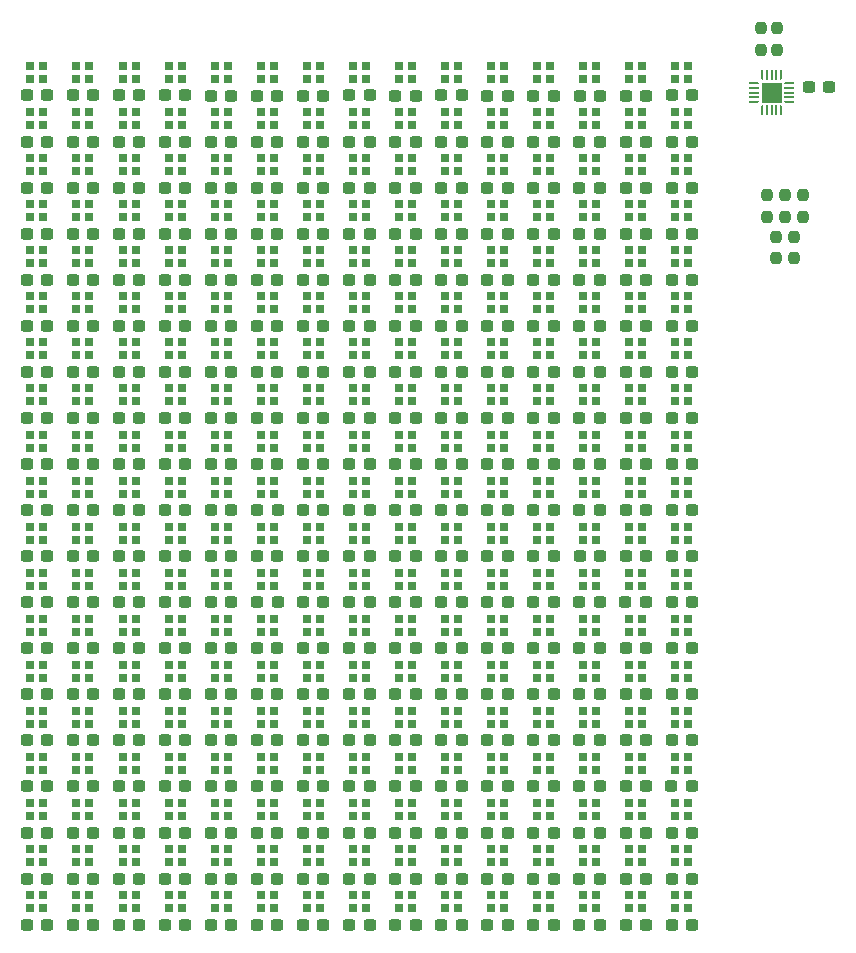
<source format=gbr>
%TF.GenerationSoftware,KiCad,Pcbnew,7.0.9*%
%TF.CreationDate,2023-12-18T15:10:48+01:00*%
%TF.ProjectId,flexAddressLedsV2,666c6578-4164-4647-9265-73734c656473,rev?*%
%TF.SameCoordinates,Original*%
%TF.FileFunction,Soldermask,Top*%
%TF.FilePolarity,Negative*%
%FSLAX46Y46*%
G04 Gerber Fmt 4.6, Leading zero omitted, Abs format (unit mm)*
G04 Created by KiCad (PCBNEW 7.0.9) date 2023-12-18 15:10:48*
%MOMM*%
%LPD*%
G01*
G04 APERTURE LIST*
G04 Aperture macros list*
%AMRoundRect*
0 Rectangle with rounded corners*
0 $1 Rounding radius*
0 $2 $3 $4 $5 $6 $7 $8 $9 X,Y pos of 4 corners*
0 Add a 4 corners polygon primitive as box body*
4,1,4,$2,$3,$4,$5,$6,$7,$8,$9,$2,$3,0*
0 Add four circle primitives for the rounded corners*
1,1,$1+$1,$2,$3*
1,1,$1+$1,$4,$5*
1,1,$1+$1,$6,$7*
1,1,$1+$1,$8,$9*
0 Add four rect primitives between the rounded corners*
20,1,$1+$1,$2,$3,$4,$5,0*
20,1,$1+$1,$4,$5,$6,$7,0*
20,1,$1+$1,$6,$7,$8,$9,0*
20,1,$1+$1,$8,$9,$2,$3,0*%
%AMFreePoly0*
4,1,14,0.085355,0.385355,0.100000,0.350000,0.100000,-0.350000,0.085355,-0.385355,0.050000,-0.400000,0.000711,-0.400000,-0.034644,-0.385355,-0.085355,-0.334644,-0.100000,-0.299289,-0.100000,0.350000,-0.085355,0.385355,-0.050000,0.400000,0.050000,0.400000,0.085355,0.385355,0.085355,0.385355,$1*%
%AMFreePoly1*
4,1,14,0.085355,0.385355,0.100000,0.350000,0.100000,-0.299289,0.085355,-0.334644,0.034644,-0.385355,-0.000711,-0.400000,-0.050000,-0.400000,-0.085355,-0.385355,-0.100000,-0.350000,-0.100000,0.350000,-0.085355,0.385355,-0.050000,0.400000,0.050000,0.400000,0.085355,0.385355,0.085355,0.385355,$1*%
%AMFreePoly2*
4,1,14,0.385355,0.085355,0.400000,0.050000,0.400000,-0.050000,0.385355,-0.085355,0.350000,-0.100000,-0.350000,-0.100000,-0.385355,-0.085355,-0.400000,-0.050000,-0.400000,-0.000711,-0.385355,0.034644,-0.334644,0.085355,-0.299289,0.100000,0.350000,0.100000,0.385355,0.085355,0.385355,0.085355,$1*%
%AMFreePoly3*
4,1,14,0.385355,0.085355,0.400000,0.050000,0.400000,-0.050000,0.385355,-0.085355,0.350000,-0.100000,-0.299289,-0.100000,-0.334644,-0.085355,-0.385355,-0.034644,-0.400000,0.000711,-0.400000,0.050000,-0.385355,0.085355,-0.350000,0.100000,0.350000,0.100000,0.385355,0.085355,0.385355,0.085355,$1*%
%AMFreePoly4*
4,1,14,0.034644,0.385355,0.085355,0.334644,0.100000,0.299289,0.100000,-0.350000,0.085355,-0.385355,0.050000,-0.400000,-0.050000,-0.400000,-0.085355,-0.385355,-0.100000,-0.350000,-0.100000,0.350000,-0.085355,0.385355,-0.050000,0.400000,-0.000711,0.400000,0.034644,0.385355,0.034644,0.385355,$1*%
%AMFreePoly5*
4,1,14,0.085355,0.385355,0.100000,0.350000,0.100000,-0.350000,0.085355,-0.385355,0.050000,-0.400000,-0.050000,-0.400000,-0.085355,-0.385355,-0.100000,-0.350000,-0.100000,0.299289,-0.085355,0.334644,-0.034644,0.385355,0.000711,0.400000,0.050000,0.400000,0.085355,0.385355,0.085355,0.385355,$1*%
%AMFreePoly6*
4,1,14,0.385355,0.085355,0.400000,0.050000,0.400000,0.000711,0.385355,-0.034644,0.334644,-0.085355,0.299289,-0.100000,-0.350000,-0.100000,-0.385355,-0.085355,-0.400000,-0.050000,-0.400000,0.050000,-0.385355,0.085355,-0.350000,0.100000,0.350000,0.100000,0.385355,0.085355,0.385355,0.085355,$1*%
%AMFreePoly7*
4,1,14,0.334644,0.085355,0.385355,0.034644,0.400000,-0.000711,0.400000,-0.050000,0.385355,-0.085355,0.350000,-0.100000,-0.350000,-0.100000,-0.385355,-0.085355,-0.400000,-0.050000,-0.400000,0.050000,-0.385355,0.085355,-0.350000,0.100000,0.299289,0.100000,0.334644,0.085355,0.334644,0.085355,$1*%
G04 Aperture macros list end*
%ADD10R,0.700000X0.700000*%
%ADD11RoundRect,0.237500X-0.300000X-0.237500X0.300000X-0.237500X0.300000X0.237500X-0.300000X0.237500X0*%
%ADD12RoundRect,0.237500X-0.237500X0.250000X-0.237500X-0.250000X0.237500X-0.250000X0.237500X0.250000X0*%
%ADD13RoundRect,0.237500X0.300000X0.237500X-0.300000X0.237500X-0.300000X-0.237500X0.300000X-0.237500X0*%
%ADD14RoundRect,0.237500X0.237500X-0.250000X0.237500X0.250000X-0.237500X0.250000X-0.237500X-0.250000X0*%
%ADD15R,1.700000X1.700000*%
%ADD16FreePoly0,90.000000*%
%ADD17RoundRect,0.050000X0.350000X-0.050000X0.350000X0.050000X-0.350000X0.050000X-0.350000X-0.050000X0*%
%ADD18FreePoly1,90.000000*%
%ADD19FreePoly2,90.000000*%
%ADD20RoundRect,0.050000X0.050000X-0.350000X0.050000X0.350000X-0.050000X0.350000X-0.050000X-0.350000X0*%
%ADD21FreePoly3,90.000000*%
%ADD22FreePoly4,90.000000*%
%ADD23FreePoly5,90.000000*%
%ADD24FreePoly6,90.000000*%
%ADD25FreePoly7,90.000000*%
G04 APERTURE END LIST*
D10*
%TO.C,U285*%
X100300000Y-106400000D03*
X100300000Y-107500000D03*
X99200000Y-107500000D03*
X99200000Y-106400000D03*
%TD*%
%TO.C,U284*%
X96399999Y-106400000D03*
X96399999Y-107500000D03*
X95299999Y-107500000D03*
X95299999Y-106400000D03*
%TD*%
%TO.C,U283*%
X92500000Y-106400000D03*
X92500000Y-107500000D03*
X91400000Y-107500000D03*
X91400000Y-106400000D03*
%TD*%
%TO.C,U282*%
X88600000Y-106400000D03*
X88600000Y-107500000D03*
X87500000Y-107500000D03*
X87500000Y-106400000D03*
%TD*%
%TO.C,U281*%
X84700000Y-106400000D03*
X84700000Y-107500000D03*
X83600000Y-107500000D03*
X83600000Y-106400000D03*
%TD*%
%TO.C,U280*%
X80800000Y-106400000D03*
X80800000Y-107500000D03*
X79700000Y-107500000D03*
X79700000Y-106400000D03*
%TD*%
%TO.C,U279*%
X76900000Y-106400000D03*
X76900000Y-107500000D03*
X75800000Y-107500000D03*
X75800000Y-106400000D03*
%TD*%
%TO.C,U278*%
X73000000Y-106400000D03*
X73000000Y-107500000D03*
X71900000Y-107500000D03*
X71900000Y-106400000D03*
%TD*%
%TO.C,U277*%
X69100000Y-106400000D03*
X69100000Y-107500000D03*
X68000000Y-107500000D03*
X68000000Y-106400000D03*
%TD*%
%TO.C,U276*%
X65200000Y-106400000D03*
X65200000Y-107500000D03*
X64100000Y-107500000D03*
X64100000Y-106400000D03*
%TD*%
%TO.C,U275*%
X61300000Y-106400000D03*
X61300000Y-107500000D03*
X60200000Y-107500000D03*
X60200000Y-106400000D03*
%TD*%
%TO.C,U274*%
X57400000Y-106400000D03*
X57400000Y-107500000D03*
X56300000Y-107500000D03*
X56300000Y-106400000D03*
%TD*%
%TO.C,U273*%
X53500000Y-106400000D03*
X53500000Y-107500000D03*
X52400000Y-107500000D03*
X52400000Y-106400000D03*
%TD*%
%TO.C,U272*%
X49600000Y-106400000D03*
X49600000Y-107500000D03*
X48500000Y-107500000D03*
X48500000Y-106400000D03*
%TD*%
%TO.C,U271*%
X45700000Y-106400000D03*
X45700000Y-107500000D03*
X44600000Y-107500000D03*
X44600000Y-106400000D03*
%TD*%
%TO.C,U270*%
X100300000Y-102500000D03*
X100300000Y-103600000D03*
X99200000Y-103600000D03*
X99200000Y-102500000D03*
%TD*%
%TO.C,U269*%
X96399999Y-102500000D03*
X96399999Y-103600000D03*
X95299999Y-103600000D03*
X95299999Y-102500000D03*
%TD*%
%TO.C,U268*%
X92500000Y-102500000D03*
X92500000Y-103600000D03*
X91400000Y-103600000D03*
X91400000Y-102500000D03*
%TD*%
%TO.C,U267*%
X88600000Y-102500000D03*
X88600000Y-103600000D03*
X87500000Y-103600000D03*
X87500000Y-102500000D03*
%TD*%
%TO.C,U266*%
X84700000Y-102500000D03*
X84700000Y-103600000D03*
X83600000Y-103600000D03*
X83600000Y-102500000D03*
%TD*%
%TO.C,U265*%
X80800000Y-102500000D03*
X80800000Y-103600000D03*
X79700000Y-103600000D03*
X79700000Y-102500000D03*
%TD*%
%TO.C,U264*%
X76900000Y-102500000D03*
X76900000Y-103600000D03*
X75800000Y-103600000D03*
X75800000Y-102500000D03*
%TD*%
%TO.C,U263*%
X73000000Y-102500000D03*
X73000000Y-103600000D03*
X71900000Y-103600000D03*
X71900000Y-102500000D03*
%TD*%
%TO.C,U262*%
X69100000Y-102500000D03*
X69100000Y-103600000D03*
X68000000Y-103600000D03*
X68000000Y-102500000D03*
%TD*%
%TO.C,U261*%
X65200000Y-102500000D03*
X65200000Y-103600000D03*
X64100000Y-103600000D03*
X64100000Y-102500000D03*
%TD*%
%TO.C,U260*%
X61300000Y-102500000D03*
X61300000Y-103600000D03*
X60200000Y-103600000D03*
X60200000Y-102500000D03*
%TD*%
%TO.C,U259*%
X57400000Y-102500000D03*
X57400000Y-103600000D03*
X56300000Y-103600000D03*
X56300000Y-102500000D03*
%TD*%
%TO.C,U258*%
X53500000Y-102500000D03*
X53500000Y-103600000D03*
X52400000Y-103600000D03*
X52400000Y-102500000D03*
%TD*%
%TO.C,U257*%
X49600000Y-102500000D03*
X49600000Y-103600000D03*
X48500000Y-103600000D03*
X48500000Y-102500000D03*
%TD*%
%TO.C,U256*%
X45700000Y-102500000D03*
X45700000Y-103600000D03*
X44600000Y-103600000D03*
X44600000Y-102500000D03*
%TD*%
%TO.C,U255*%
X100300000Y-98600000D03*
X100300000Y-99700000D03*
X99200000Y-99700000D03*
X99200000Y-98600000D03*
%TD*%
%TO.C,U254*%
X96399999Y-98600000D03*
X96399999Y-99700000D03*
X95299999Y-99700000D03*
X95299999Y-98600000D03*
%TD*%
%TO.C,U253*%
X92500000Y-98600000D03*
X92500000Y-99700000D03*
X91400000Y-99700000D03*
X91400000Y-98600000D03*
%TD*%
%TO.C,U252*%
X88600000Y-98600000D03*
X88600000Y-99700000D03*
X87500000Y-99700000D03*
X87500000Y-98600000D03*
%TD*%
%TO.C,U251*%
X84700000Y-98600000D03*
X84700000Y-99700000D03*
X83600000Y-99700000D03*
X83600000Y-98600000D03*
%TD*%
%TO.C,U250*%
X80800000Y-98600000D03*
X80800000Y-99700000D03*
X79700000Y-99700000D03*
X79700000Y-98600000D03*
%TD*%
%TO.C,U249*%
X76900000Y-98600000D03*
X76900000Y-99700000D03*
X75800000Y-99700000D03*
X75800000Y-98600000D03*
%TD*%
%TO.C,U248*%
X73000000Y-98600000D03*
X73000000Y-99700000D03*
X71900000Y-99700000D03*
X71900000Y-98600000D03*
%TD*%
%TO.C,U247*%
X69100000Y-98600000D03*
X69100000Y-99700000D03*
X68000000Y-99700000D03*
X68000000Y-98600000D03*
%TD*%
%TO.C,U246*%
X65200000Y-98600000D03*
X65200000Y-99700000D03*
X64100000Y-99700000D03*
X64100000Y-98600000D03*
%TD*%
%TO.C,U245*%
X61300000Y-98600000D03*
X61300000Y-99700000D03*
X60200000Y-99700000D03*
X60200000Y-98600000D03*
%TD*%
%TO.C,U244*%
X57400000Y-98600000D03*
X57400000Y-99700000D03*
X56300000Y-99700000D03*
X56300000Y-98600000D03*
%TD*%
%TO.C,U243*%
X53500000Y-98600000D03*
X53500000Y-99700000D03*
X52400000Y-99700000D03*
X52400000Y-98600000D03*
%TD*%
%TO.C,U242*%
X49600000Y-98600000D03*
X49600000Y-99700000D03*
X48500000Y-99700000D03*
X48500000Y-98600000D03*
%TD*%
%TO.C,U241*%
X45700000Y-98600000D03*
X45700000Y-99700000D03*
X44600000Y-99700000D03*
X44600000Y-98600000D03*
%TD*%
%TO.C,U240*%
X100300000Y-94700000D03*
X100300000Y-95800000D03*
X99200000Y-95800000D03*
X99200000Y-94700000D03*
%TD*%
%TO.C,U239*%
X96399999Y-94700000D03*
X96399999Y-95800000D03*
X95299999Y-95800000D03*
X95299999Y-94700000D03*
%TD*%
%TO.C,U238*%
X92500000Y-94700000D03*
X92500000Y-95800000D03*
X91400000Y-95800000D03*
X91400000Y-94700000D03*
%TD*%
%TO.C,U237*%
X88600000Y-94700000D03*
X88600000Y-95800000D03*
X87500000Y-95800000D03*
X87500000Y-94700000D03*
%TD*%
%TO.C,U236*%
X84700000Y-94700000D03*
X84700000Y-95800000D03*
X83600000Y-95800000D03*
X83600000Y-94700000D03*
%TD*%
%TO.C,U235*%
X80800000Y-94700000D03*
X80800000Y-95800000D03*
X79700000Y-95800000D03*
X79700000Y-94700000D03*
%TD*%
%TO.C,U234*%
X76900000Y-94700000D03*
X76900000Y-95800000D03*
X75800000Y-95800000D03*
X75800000Y-94700000D03*
%TD*%
%TO.C,U233*%
X73000000Y-94700000D03*
X73000000Y-95800000D03*
X71900000Y-95800000D03*
X71900000Y-94700000D03*
%TD*%
%TO.C,U232*%
X69100000Y-94700000D03*
X69100000Y-95800000D03*
X68000000Y-95800000D03*
X68000000Y-94700000D03*
%TD*%
%TO.C,U231*%
X65200000Y-94700000D03*
X65200000Y-95800000D03*
X64100000Y-95800000D03*
X64100000Y-94700000D03*
%TD*%
%TO.C,U230*%
X61300000Y-94700000D03*
X61300000Y-95800000D03*
X60200000Y-95800000D03*
X60200000Y-94700000D03*
%TD*%
%TO.C,U229*%
X57400000Y-94700000D03*
X57400000Y-95800000D03*
X56300000Y-95800000D03*
X56300000Y-94700000D03*
%TD*%
%TO.C,U228*%
X53500000Y-94700000D03*
X53500000Y-95800000D03*
X52400000Y-95800000D03*
X52400000Y-94700000D03*
%TD*%
%TO.C,U227*%
X49600000Y-94700000D03*
X49600000Y-95800000D03*
X48500000Y-95800000D03*
X48500000Y-94700000D03*
%TD*%
%TO.C,U226*%
X45700000Y-94700000D03*
X45700000Y-95800000D03*
X44600000Y-95800000D03*
X44600000Y-94700000D03*
%TD*%
%TO.C,U225*%
X100300000Y-90800000D03*
X100300000Y-91900000D03*
X99200000Y-91900000D03*
X99200000Y-90800000D03*
%TD*%
%TO.C,U224*%
X96399999Y-90800000D03*
X96399999Y-91900000D03*
X95299999Y-91900000D03*
X95299999Y-90800000D03*
%TD*%
%TO.C,U223*%
X92500000Y-90800000D03*
X92500000Y-91900000D03*
X91400000Y-91900000D03*
X91400000Y-90800000D03*
%TD*%
%TO.C,U222*%
X88600000Y-90800000D03*
X88600000Y-91900000D03*
X87500000Y-91900000D03*
X87500000Y-90800000D03*
%TD*%
%TO.C,U221*%
X84700000Y-90800000D03*
X84700000Y-91900000D03*
X83600000Y-91900000D03*
X83600000Y-90800000D03*
%TD*%
%TO.C,U220*%
X80800000Y-90800000D03*
X80800000Y-91900000D03*
X79700000Y-91900000D03*
X79700000Y-90800000D03*
%TD*%
%TO.C,U219*%
X76900000Y-90800000D03*
X76900000Y-91900000D03*
X75800000Y-91900000D03*
X75800000Y-90800000D03*
%TD*%
%TO.C,U218*%
X73000000Y-90800000D03*
X73000000Y-91900000D03*
X71900000Y-91900000D03*
X71900000Y-90800000D03*
%TD*%
%TO.C,U217*%
X69100000Y-90800000D03*
X69100000Y-91900000D03*
X68000000Y-91900000D03*
X68000000Y-90800000D03*
%TD*%
%TO.C,U216*%
X65200000Y-90800000D03*
X65200000Y-91900000D03*
X64100000Y-91900000D03*
X64100000Y-90800000D03*
%TD*%
%TO.C,U215*%
X61300000Y-90800000D03*
X61300000Y-91900000D03*
X60200000Y-91900000D03*
X60200000Y-90800000D03*
%TD*%
%TO.C,U214*%
X57400000Y-90800000D03*
X57400000Y-91900000D03*
X56300000Y-91900000D03*
X56300000Y-90800000D03*
%TD*%
%TO.C,U213*%
X53500000Y-90800000D03*
X53500000Y-91900000D03*
X52400000Y-91900000D03*
X52400000Y-90800000D03*
%TD*%
%TO.C,U212*%
X49600000Y-90800000D03*
X49600000Y-91900000D03*
X48500000Y-91900000D03*
X48500000Y-90800000D03*
%TD*%
%TO.C,U211*%
X45700000Y-90800000D03*
X45700000Y-91900000D03*
X44600000Y-91900000D03*
X44600000Y-90800000D03*
%TD*%
%TO.C,U210*%
X100300000Y-86900000D03*
X100300000Y-88000000D03*
X99200000Y-88000000D03*
X99200000Y-86900000D03*
%TD*%
%TO.C,U209*%
X96399999Y-86900000D03*
X96399999Y-88000000D03*
X95299999Y-88000000D03*
X95299999Y-86900000D03*
%TD*%
%TO.C,U208*%
X92500000Y-86900000D03*
X92500000Y-88000000D03*
X91400000Y-88000000D03*
X91400000Y-86900000D03*
%TD*%
%TO.C,U207*%
X88600000Y-86900000D03*
X88600000Y-88000000D03*
X87500000Y-88000000D03*
X87500000Y-86900000D03*
%TD*%
%TO.C,U206*%
X84700000Y-86900000D03*
X84700000Y-88000000D03*
X83600000Y-88000000D03*
X83600000Y-86900000D03*
%TD*%
%TO.C,U205*%
X80800000Y-86900000D03*
X80800000Y-88000000D03*
X79700000Y-88000000D03*
X79700000Y-86900000D03*
%TD*%
%TO.C,U204*%
X76900000Y-86900000D03*
X76900000Y-88000000D03*
X75800000Y-88000000D03*
X75800000Y-86900000D03*
%TD*%
%TO.C,U203*%
X73000000Y-86900000D03*
X73000000Y-88000000D03*
X71900000Y-88000000D03*
X71900000Y-86900000D03*
%TD*%
%TO.C,U202*%
X69100000Y-86900000D03*
X69100000Y-88000000D03*
X68000000Y-88000000D03*
X68000000Y-86900000D03*
%TD*%
%TO.C,U201*%
X65200000Y-86900000D03*
X65200000Y-88000000D03*
X64100000Y-88000000D03*
X64100000Y-86900000D03*
%TD*%
%TO.C,U200*%
X61300000Y-86900000D03*
X61300000Y-88000000D03*
X60200000Y-88000000D03*
X60200000Y-86900000D03*
%TD*%
%TO.C,U199*%
X57400000Y-86900000D03*
X57400000Y-88000000D03*
X56300000Y-88000000D03*
X56300000Y-86900000D03*
%TD*%
%TO.C,U198*%
X53500000Y-86900000D03*
X53500000Y-88000000D03*
X52400000Y-88000000D03*
X52400000Y-86900000D03*
%TD*%
%TO.C,U197*%
X49600000Y-86900000D03*
X49600000Y-88000000D03*
X48500000Y-88000000D03*
X48500000Y-86900000D03*
%TD*%
%TO.C,U196*%
X45700000Y-86900000D03*
X45700000Y-88000000D03*
X44600000Y-88000000D03*
X44600000Y-86900000D03*
%TD*%
%TO.C,U195*%
X100300000Y-83000000D03*
X100300000Y-84100000D03*
X99200000Y-84100000D03*
X99200000Y-83000000D03*
%TD*%
%TO.C,U194*%
X96399999Y-83000000D03*
X96399999Y-84100000D03*
X95299999Y-84100000D03*
X95299999Y-83000000D03*
%TD*%
%TO.C,U193*%
X92500000Y-83000000D03*
X92500000Y-84100000D03*
X91400000Y-84100000D03*
X91400000Y-83000000D03*
%TD*%
%TO.C,U192*%
X88600000Y-83000000D03*
X88600000Y-84100000D03*
X87500000Y-84100000D03*
X87500000Y-83000000D03*
%TD*%
%TO.C,U191*%
X84700000Y-83000000D03*
X84700000Y-84100000D03*
X83600000Y-84100000D03*
X83600000Y-83000000D03*
%TD*%
%TO.C,U190*%
X80800000Y-83000000D03*
X80800000Y-84100000D03*
X79700000Y-84100000D03*
X79700000Y-83000000D03*
%TD*%
%TO.C,U189*%
X76900000Y-83000000D03*
X76900000Y-84100000D03*
X75800000Y-84100000D03*
X75800000Y-83000000D03*
%TD*%
%TO.C,U188*%
X73000000Y-83000000D03*
X73000000Y-84100000D03*
X71900000Y-84100000D03*
X71900000Y-83000000D03*
%TD*%
%TO.C,U187*%
X69100000Y-83000000D03*
X69100000Y-84100000D03*
X68000000Y-84100000D03*
X68000000Y-83000000D03*
%TD*%
%TO.C,U186*%
X65200000Y-83000000D03*
X65200000Y-84100000D03*
X64100000Y-84100000D03*
X64100000Y-83000000D03*
%TD*%
%TO.C,U185*%
X61300000Y-83000000D03*
X61300000Y-84100000D03*
X60200000Y-84100000D03*
X60200000Y-83000000D03*
%TD*%
%TO.C,U184*%
X57400000Y-83000000D03*
X57400000Y-84100000D03*
X56300000Y-84100000D03*
X56300000Y-83000000D03*
%TD*%
%TO.C,U183*%
X53500000Y-83000000D03*
X53500000Y-84100000D03*
X52400000Y-84100000D03*
X52400000Y-83000000D03*
%TD*%
%TO.C,U182*%
X49600000Y-83000000D03*
X49600000Y-84100000D03*
X48500000Y-84100000D03*
X48500000Y-83000000D03*
%TD*%
%TO.C,U181*%
X45700000Y-83000000D03*
X45700000Y-84100000D03*
X44600000Y-84100000D03*
X44600000Y-83000000D03*
%TD*%
%TO.C,U180*%
X100300000Y-79100000D03*
X100300000Y-80200000D03*
X99200000Y-80200000D03*
X99200000Y-79100000D03*
%TD*%
%TO.C,U179*%
X96399999Y-79100000D03*
X96399999Y-80200000D03*
X95299999Y-80200000D03*
X95299999Y-79100000D03*
%TD*%
%TO.C,U178*%
X92500000Y-79100000D03*
X92500000Y-80200000D03*
X91400000Y-80200000D03*
X91400000Y-79100000D03*
%TD*%
%TO.C,U177*%
X88600000Y-79100000D03*
X88600000Y-80200000D03*
X87500000Y-80200000D03*
X87500000Y-79100000D03*
%TD*%
%TO.C,U176*%
X84700000Y-79100000D03*
X84700000Y-80200000D03*
X83600000Y-80200000D03*
X83600000Y-79100000D03*
%TD*%
%TO.C,U175*%
X80800000Y-79100000D03*
X80800000Y-80200000D03*
X79700000Y-80200000D03*
X79700000Y-79100000D03*
%TD*%
%TO.C,U174*%
X76900000Y-79100000D03*
X76900000Y-80200000D03*
X75800000Y-80200000D03*
X75800000Y-79100000D03*
%TD*%
%TO.C,U173*%
X73000000Y-79100000D03*
X73000000Y-80200000D03*
X71900000Y-80200000D03*
X71900000Y-79100000D03*
%TD*%
%TO.C,U172*%
X69100000Y-79100000D03*
X69100000Y-80200000D03*
X68000000Y-80200000D03*
X68000000Y-79100000D03*
%TD*%
%TO.C,U171*%
X65200000Y-79100000D03*
X65200000Y-80200000D03*
X64100000Y-80200000D03*
X64100000Y-79100000D03*
%TD*%
%TO.C,U170*%
X61300000Y-79100000D03*
X61300000Y-80200000D03*
X60200000Y-80200000D03*
X60200000Y-79100000D03*
%TD*%
%TO.C,U169*%
X57400000Y-79100000D03*
X57400000Y-80200000D03*
X56300000Y-80200000D03*
X56300000Y-79100000D03*
%TD*%
%TO.C,U168*%
X53500000Y-79100000D03*
X53500000Y-80200000D03*
X52400000Y-80200000D03*
X52400000Y-79100000D03*
%TD*%
%TO.C,U167*%
X49600000Y-79100000D03*
X49600000Y-80200000D03*
X48500000Y-80200000D03*
X48500000Y-79100000D03*
%TD*%
%TO.C,U166*%
X45700000Y-79100000D03*
X45700000Y-80200000D03*
X44600000Y-80200000D03*
X44600000Y-79100000D03*
%TD*%
%TO.C,U165*%
X100300000Y-75200000D03*
X100300000Y-76300000D03*
X99200000Y-76300000D03*
X99200000Y-75200000D03*
%TD*%
%TO.C,U164*%
X96399999Y-75200000D03*
X96399999Y-76300000D03*
X95299999Y-76300000D03*
X95299999Y-75200000D03*
%TD*%
%TO.C,U163*%
X92500000Y-75200000D03*
X92500000Y-76300000D03*
X91400000Y-76300000D03*
X91400000Y-75200000D03*
%TD*%
%TO.C,U162*%
X88600000Y-75200000D03*
X88600000Y-76300000D03*
X87500000Y-76300000D03*
X87500000Y-75200000D03*
%TD*%
%TO.C,U161*%
X84700000Y-75200000D03*
X84700000Y-76300000D03*
X83600000Y-76300000D03*
X83600000Y-75200000D03*
%TD*%
%TO.C,U160*%
X80800000Y-75200000D03*
X80800000Y-76300000D03*
X79700000Y-76300000D03*
X79700000Y-75200000D03*
%TD*%
%TO.C,U159*%
X76900000Y-75200000D03*
X76900000Y-76300000D03*
X75800000Y-76300000D03*
X75800000Y-75200000D03*
%TD*%
%TO.C,U158*%
X73000000Y-75200000D03*
X73000000Y-76300000D03*
X71900000Y-76300000D03*
X71900000Y-75200000D03*
%TD*%
%TO.C,U157*%
X69100000Y-75200000D03*
X69100000Y-76300000D03*
X68000000Y-76300000D03*
X68000000Y-75200000D03*
%TD*%
%TO.C,U156*%
X65200000Y-75200000D03*
X65200000Y-76300000D03*
X64100000Y-76300000D03*
X64100000Y-75200000D03*
%TD*%
%TO.C,U155*%
X61300000Y-75200000D03*
X61300000Y-76300000D03*
X60200000Y-76300000D03*
X60200000Y-75200000D03*
%TD*%
%TO.C,U154*%
X57400000Y-75200000D03*
X57400000Y-76300000D03*
X56300000Y-76300000D03*
X56300000Y-75200000D03*
%TD*%
%TO.C,U153*%
X53500000Y-75200000D03*
X53500000Y-76300000D03*
X52400000Y-76300000D03*
X52400000Y-75200000D03*
%TD*%
%TO.C,U152*%
X49600000Y-75200000D03*
X49600000Y-76300000D03*
X48500000Y-76300000D03*
X48500000Y-75200000D03*
%TD*%
%TO.C,U151*%
X45700000Y-75200000D03*
X45700000Y-76300000D03*
X44600000Y-76300000D03*
X44600000Y-75200000D03*
%TD*%
%TO.C,U150*%
X100300000Y-71300000D03*
X100300000Y-72400000D03*
X99200000Y-72400000D03*
X99200000Y-71300000D03*
%TD*%
%TO.C,U149*%
X96400000Y-71300000D03*
X96400000Y-72400000D03*
X95300000Y-72400000D03*
X95300000Y-71300000D03*
%TD*%
%TO.C,U148*%
X92500000Y-71300000D03*
X92500000Y-72400000D03*
X91400000Y-72400000D03*
X91400000Y-71300000D03*
%TD*%
%TO.C,U147*%
X88600000Y-71300000D03*
X88600000Y-72400000D03*
X87500000Y-72400000D03*
X87500000Y-71300000D03*
%TD*%
%TO.C,U146*%
X84700000Y-71300000D03*
X84700000Y-72400000D03*
X83600000Y-72400000D03*
X83600000Y-71300000D03*
%TD*%
%TO.C,U145*%
X80800000Y-71300000D03*
X80800000Y-72400000D03*
X79700000Y-72400000D03*
X79700000Y-71300000D03*
%TD*%
%TO.C,U144*%
X76900000Y-71300000D03*
X76900000Y-72400000D03*
X75800000Y-72400000D03*
X75800000Y-71300000D03*
%TD*%
%TO.C,U143*%
X73000000Y-71300000D03*
X73000000Y-72400000D03*
X71900000Y-72400000D03*
X71900000Y-71300000D03*
%TD*%
%TO.C,U142*%
X69100000Y-71300000D03*
X69100000Y-72400000D03*
X68000000Y-72400000D03*
X68000000Y-71300000D03*
%TD*%
%TO.C,U141*%
X65200000Y-71300000D03*
X65200000Y-72400000D03*
X64100000Y-72400000D03*
X64100000Y-71300000D03*
%TD*%
%TO.C,U140*%
X61300000Y-71300000D03*
X61300000Y-72400000D03*
X60200000Y-72400000D03*
X60200000Y-71300000D03*
%TD*%
%TO.C,U139*%
X57400000Y-71300000D03*
X57400000Y-72400000D03*
X56300000Y-72400000D03*
X56300000Y-71300000D03*
%TD*%
%TO.C,U138*%
X53500000Y-71300000D03*
X53500000Y-72400000D03*
X52400000Y-72400000D03*
X52400000Y-71300000D03*
%TD*%
%TO.C,U137*%
X49600000Y-71300000D03*
X49600000Y-72400000D03*
X48500000Y-72400000D03*
X48500000Y-71300000D03*
%TD*%
%TO.C,U136*%
X45700000Y-71300000D03*
X45700000Y-72400000D03*
X44600000Y-72400000D03*
X44600000Y-71300000D03*
%TD*%
%TO.C,U135*%
X100300000Y-67400000D03*
X100300000Y-68500000D03*
X99200000Y-68500000D03*
X99200000Y-67400000D03*
%TD*%
%TO.C,U134*%
X96400000Y-67400000D03*
X96400000Y-68500000D03*
X95300000Y-68500000D03*
X95300000Y-67400000D03*
%TD*%
%TO.C,U133*%
X92500000Y-67400000D03*
X92500000Y-68500000D03*
X91400000Y-68500000D03*
X91400000Y-67400000D03*
%TD*%
%TO.C,U132*%
X88600000Y-67400000D03*
X88600000Y-68500000D03*
X87500000Y-68500000D03*
X87500000Y-67400000D03*
%TD*%
%TO.C,U131*%
X84700000Y-67400000D03*
X84700000Y-68500000D03*
X83600000Y-68500000D03*
X83600000Y-67400000D03*
%TD*%
%TO.C,U130*%
X80800000Y-67400000D03*
X80800000Y-68500000D03*
X79700000Y-68500000D03*
X79700000Y-67400000D03*
%TD*%
%TO.C,U129*%
X76900000Y-67400000D03*
X76900000Y-68500000D03*
X75800000Y-68500000D03*
X75800000Y-67400000D03*
%TD*%
%TO.C,U128*%
X73000000Y-67400000D03*
X73000000Y-68500000D03*
X71900000Y-68500000D03*
X71900000Y-67400000D03*
%TD*%
%TO.C,U127*%
X69100000Y-67400000D03*
X69100000Y-68500000D03*
X68000000Y-68500000D03*
X68000000Y-67400000D03*
%TD*%
%TO.C,U126*%
X65200000Y-67400000D03*
X65200000Y-68500000D03*
X64100000Y-68500000D03*
X64100000Y-67400000D03*
%TD*%
%TO.C,U125*%
X61300000Y-67400000D03*
X61300000Y-68500000D03*
X60200000Y-68500000D03*
X60200000Y-67400000D03*
%TD*%
%TO.C,U124*%
X57400000Y-67400000D03*
X57400000Y-68500000D03*
X56300000Y-68500000D03*
X56300000Y-67400000D03*
%TD*%
%TO.C,U123*%
X53500000Y-67400000D03*
X53500000Y-68500000D03*
X52400000Y-68500000D03*
X52400000Y-67400000D03*
%TD*%
%TO.C,U122*%
X49600000Y-67400000D03*
X49600000Y-68500000D03*
X48500000Y-68500000D03*
X48500000Y-67400000D03*
%TD*%
%TO.C,U121*%
X45700000Y-67400000D03*
X45700000Y-68500000D03*
X44600000Y-68500000D03*
X44600000Y-67400000D03*
%TD*%
%TO.C,U120*%
X100300000Y-63500000D03*
X100300000Y-64600000D03*
X99200000Y-64600000D03*
X99200000Y-63500000D03*
%TD*%
%TO.C,U119*%
X96400000Y-63500000D03*
X96400000Y-64600000D03*
X95300000Y-64600000D03*
X95300000Y-63500000D03*
%TD*%
%TO.C,U118*%
X92500000Y-63500000D03*
X92500000Y-64600000D03*
X91400000Y-64600000D03*
X91400000Y-63500000D03*
%TD*%
%TO.C,U117*%
X88600000Y-63500000D03*
X88600000Y-64600000D03*
X87500000Y-64600000D03*
X87500000Y-63500000D03*
%TD*%
%TO.C,U116*%
X84700000Y-63500000D03*
X84700000Y-64600000D03*
X83600000Y-64600000D03*
X83600000Y-63500000D03*
%TD*%
%TO.C,U115*%
X80800000Y-63500000D03*
X80800000Y-64600000D03*
X79700000Y-64600000D03*
X79700000Y-63500000D03*
%TD*%
%TO.C,U114*%
X76900000Y-63500000D03*
X76900000Y-64600000D03*
X75800000Y-64600000D03*
X75800000Y-63500000D03*
%TD*%
%TO.C,U113*%
X73000000Y-63500000D03*
X73000000Y-64600000D03*
X71900000Y-64600000D03*
X71900000Y-63500000D03*
%TD*%
%TO.C,U112*%
X69100000Y-63500000D03*
X69100000Y-64600000D03*
X68000000Y-64600000D03*
X68000000Y-63500000D03*
%TD*%
%TO.C,U111*%
X65200000Y-63500000D03*
X65200000Y-64600000D03*
X64100000Y-64600000D03*
X64100000Y-63500000D03*
%TD*%
%TO.C,U110*%
X61300000Y-63500000D03*
X61300000Y-64600000D03*
X60200000Y-64600000D03*
X60200000Y-63500000D03*
%TD*%
%TO.C,U109*%
X57400000Y-63500000D03*
X57400000Y-64600000D03*
X56300000Y-64600000D03*
X56300000Y-63500000D03*
%TD*%
%TO.C,U108*%
X53500000Y-63500000D03*
X53500000Y-64600000D03*
X52400000Y-64600000D03*
X52400000Y-63500000D03*
%TD*%
%TO.C,U107*%
X49600000Y-63500000D03*
X49600000Y-64600000D03*
X48500000Y-64600000D03*
X48500000Y-63500000D03*
%TD*%
%TO.C,U106*%
X45700000Y-63500000D03*
X45700000Y-64600000D03*
X44600000Y-64600000D03*
X44600000Y-63500000D03*
%TD*%
%TO.C,U105*%
X100300000Y-59600000D03*
X100300000Y-60700000D03*
X99200000Y-60700000D03*
X99200000Y-59600000D03*
%TD*%
%TO.C,U104*%
X96400000Y-59600000D03*
X96400000Y-60700000D03*
X95300000Y-60700000D03*
X95300000Y-59600000D03*
%TD*%
%TO.C,U103*%
X92500000Y-59600000D03*
X92500000Y-60700000D03*
X91400000Y-60700000D03*
X91400000Y-59600000D03*
%TD*%
%TO.C,U102*%
X88600000Y-59600000D03*
X88600000Y-60700000D03*
X87500000Y-60700000D03*
X87500000Y-59600000D03*
%TD*%
%TO.C,U101*%
X84700000Y-59600000D03*
X84700000Y-60700000D03*
X83600000Y-60700000D03*
X83600000Y-59600000D03*
%TD*%
%TO.C,U100*%
X80800000Y-59600000D03*
X80800000Y-60700000D03*
X79700000Y-60700000D03*
X79700000Y-59600000D03*
%TD*%
%TO.C,U99*%
X76900000Y-59600000D03*
X76900000Y-60700000D03*
X75800000Y-60700000D03*
X75800000Y-59600000D03*
%TD*%
%TO.C,U98*%
X73000000Y-59600000D03*
X73000000Y-60700000D03*
X71900000Y-60700000D03*
X71900000Y-59600000D03*
%TD*%
%TO.C,U97*%
X69100000Y-59600000D03*
X69100000Y-60700000D03*
X68000000Y-60700000D03*
X68000000Y-59600000D03*
%TD*%
%TO.C,U96*%
X65200000Y-59600000D03*
X65200000Y-60700000D03*
X64100000Y-60700000D03*
X64100000Y-59600000D03*
%TD*%
%TO.C,U95*%
X61300000Y-59600000D03*
X61300000Y-60700000D03*
X60200000Y-60700000D03*
X60200000Y-59600000D03*
%TD*%
%TO.C,U94*%
X57400000Y-59600000D03*
X57400000Y-60700000D03*
X56300000Y-60700000D03*
X56300000Y-59600000D03*
%TD*%
%TO.C,U93*%
X53500000Y-59600000D03*
X53500000Y-60700000D03*
X52400000Y-60700000D03*
X52400000Y-59600000D03*
%TD*%
%TO.C,U92*%
X49600000Y-59600000D03*
X49600000Y-60700000D03*
X48500000Y-60700000D03*
X48500000Y-59600000D03*
%TD*%
%TO.C,U91*%
X45700000Y-59600000D03*
X45700000Y-60700000D03*
X44600000Y-60700000D03*
X44600000Y-59600000D03*
%TD*%
%TO.C,U90*%
X100300000Y-55700000D03*
X100300000Y-56800000D03*
X99200000Y-56800000D03*
X99200000Y-55700000D03*
%TD*%
%TO.C,U89*%
X96400000Y-55700000D03*
X96400000Y-56800000D03*
X95300000Y-56800000D03*
X95300000Y-55700000D03*
%TD*%
%TO.C,U88*%
X92500000Y-55700000D03*
X92500000Y-56800000D03*
X91400000Y-56800000D03*
X91400000Y-55700000D03*
%TD*%
%TO.C,U87*%
X88600000Y-55700000D03*
X88600000Y-56800000D03*
X87500000Y-56800000D03*
X87500000Y-55700000D03*
%TD*%
%TO.C,U86*%
X84700000Y-55700000D03*
X84700000Y-56800000D03*
X83600000Y-56800000D03*
X83600000Y-55700000D03*
%TD*%
%TO.C,U85*%
X80800000Y-55700000D03*
X80800000Y-56800000D03*
X79700000Y-56800000D03*
X79700000Y-55700000D03*
%TD*%
%TO.C,U84*%
X76900000Y-55700000D03*
X76900000Y-56800000D03*
X75800000Y-56800000D03*
X75800000Y-55700000D03*
%TD*%
%TO.C,U83*%
X73000000Y-55700000D03*
X73000000Y-56800000D03*
X71900000Y-56800000D03*
X71900000Y-55700000D03*
%TD*%
%TO.C,U82*%
X69100000Y-55700000D03*
X69100000Y-56800000D03*
X68000000Y-56800000D03*
X68000000Y-55700000D03*
%TD*%
%TO.C,U81*%
X65200000Y-55700000D03*
X65200000Y-56800000D03*
X64100000Y-56800000D03*
X64100000Y-55700000D03*
%TD*%
%TO.C,U80*%
X61300000Y-55700000D03*
X61300000Y-56800000D03*
X60200000Y-56800000D03*
X60200000Y-55700000D03*
%TD*%
%TO.C,U79*%
X57400000Y-55700000D03*
X57400000Y-56800000D03*
X56300000Y-56800000D03*
X56300000Y-55700000D03*
%TD*%
%TO.C,U78*%
X53500000Y-55700000D03*
X53500000Y-56800000D03*
X52400000Y-56800000D03*
X52400000Y-55700000D03*
%TD*%
%TO.C,U77*%
X49600000Y-55700000D03*
X49600000Y-56800000D03*
X48500000Y-56800000D03*
X48500000Y-55700000D03*
%TD*%
%TO.C,U76*%
X45700000Y-55700000D03*
X45700000Y-56800000D03*
X44600000Y-56800000D03*
X44600000Y-55700000D03*
%TD*%
%TO.C,U75*%
X100300000Y-51800000D03*
X100300000Y-52900000D03*
X99200000Y-52900000D03*
X99200000Y-51800000D03*
%TD*%
%TO.C,U74*%
X96400000Y-51800000D03*
X96400000Y-52900000D03*
X95300000Y-52900000D03*
X95300000Y-51800000D03*
%TD*%
%TO.C,U73*%
X92500000Y-51800000D03*
X92500000Y-52900000D03*
X91400000Y-52900000D03*
X91400000Y-51800000D03*
%TD*%
%TO.C,U72*%
X88600000Y-51800000D03*
X88600000Y-52900000D03*
X87500000Y-52900000D03*
X87500000Y-51800000D03*
%TD*%
%TO.C,U71*%
X84700000Y-51800000D03*
X84700000Y-52900000D03*
X83600000Y-52900000D03*
X83600000Y-51800000D03*
%TD*%
%TO.C,U70*%
X80800000Y-51800000D03*
X80800000Y-52900000D03*
X79700000Y-52900000D03*
X79700000Y-51800000D03*
%TD*%
%TO.C,U69*%
X76900000Y-51800000D03*
X76900000Y-52900000D03*
X75800000Y-52900000D03*
X75800000Y-51800000D03*
%TD*%
%TO.C,U68*%
X73000000Y-51800000D03*
X73000000Y-52900000D03*
X71900000Y-52900000D03*
X71900000Y-51800000D03*
%TD*%
%TO.C,U67*%
X69100000Y-51800000D03*
X69100000Y-52900000D03*
X68000000Y-52900000D03*
X68000000Y-51800000D03*
%TD*%
%TO.C,U66*%
X65200000Y-51800000D03*
X65200000Y-52900000D03*
X64100000Y-52900000D03*
X64100000Y-51800000D03*
%TD*%
%TO.C,U65*%
X61300000Y-51800000D03*
X61300000Y-52900000D03*
X60200000Y-52900000D03*
X60200000Y-51800000D03*
%TD*%
%TO.C,U64*%
X57400000Y-51800000D03*
X57400000Y-52900000D03*
X56300000Y-52900000D03*
X56300000Y-51800000D03*
%TD*%
%TO.C,U63*%
X53500000Y-51800000D03*
X53500000Y-52900000D03*
X52400000Y-52900000D03*
X52400000Y-51800000D03*
%TD*%
%TO.C,U62*%
X49600000Y-51800000D03*
X49600000Y-52900000D03*
X48500000Y-52900000D03*
X48500000Y-51800000D03*
%TD*%
%TO.C,U61*%
X45700000Y-51800000D03*
X45700000Y-52900000D03*
X44600000Y-52900000D03*
X44600000Y-51800000D03*
%TD*%
%TO.C,U60*%
X100300000Y-47900000D03*
X100300000Y-49000000D03*
X99200000Y-49000000D03*
X99200000Y-47900000D03*
%TD*%
%TO.C,U59*%
X96400000Y-47900000D03*
X96400000Y-49000000D03*
X95300000Y-49000000D03*
X95300000Y-47900000D03*
%TD*%
%TO.C,U58*%
X92500000Y-47900000D03*
X92500000Y-49000000D03*
X91400000Y-49000000D03*
X91400000Y-47900000D03*
%TD*%
%TO.C,U57*%
X88600000Y-47900000D03*
X88600000Y-49000000D03*
X87500000Y-49000000D03*
X87500000Y-47900000D03*
%TD*%
%TO.C,U56*%
X84700000Y-47900000D03*
X84700000Y-49000000D03*
X83600000Y-49000000D03*
X83600000Y-47900000D03*
%TD*%
%TO.C,U55*%
X80800000Y-47900000D03*
X80800000Y-49000000D03*
X79700000Y-49000000D03*
X79700000Y-47900000D03*
%TD*%
%TO.C,U54*%
X76900000Y-47900000D03*
X76900000Y-49000000D03*
X75800000Y-49000000D03*
X75800000Y-47900000D03*
%TD*%
%TO.C,U53*%
X73000000Y-47900000D03*
X73000000Y-49000000D03*
X71900000Y-49000000D03*
X71900000Y-47900000D03*
%TD*%
%TO.C,U52*%
X69100000Y-47900000D03*
X69100000Y-49000000D03*
X68000000Y-49000000D03*
X68000000Y-47900000D03*
%TD*%
%TO.C,U51*%
X65200000Y-47900000D03*
X65200000Y-49000000D03*
X64100000Y-49000000D03*
X64100000Y-47900000D03*
%TD*%
%TO.C,U50*%
X61300000Y-47900000D03*
X61300000Y-49000000D03*
X60200000Y-49000000D03*
X60200000Y-47900000D03*
%TD*%
%TO.C,U49*%
X57400000Y-47900000D03*
X57400000Y-49000000D03*
X56300000Y-49000000D03*
X56300000Y-47900000D03*
%TD*%
%TO.C,U48*%
X53500000Y-47900000D03*
X53500000Y-49000000D03*
X52400000Y-49000000D03*
X52400000Y-47900000D03*
%TD*%
%TO.C,U47*%
X49600000Y-47900000D03*
X49600000Y-49000000D03*
X48500000Y-49000000D03*
X48500000Y-47900000D03*
%TD*%
%TO.C,U46*%
X45700000Y-47900000D03*
X45700000Y-49000000D03*
X44600000Y-49000000D03*
X44600000Y-47900000D03*
%TD*%
%TO.C,U45*%
X100300000Y-44000000D03*
X100300000Y-45100000D03*
X99200000Y-45100000D03*
X99200000Y-44000000D03*
%TD*%
%TO.C,U44*%
X96400000Y-44000000D03*
X96400000Y-45100000D03*
X95300000Y-45100000D03*
X95300000Y-44000000D03*
%TD*%
%TO.C,U43*%
X92500000Y-44000000D03*
X92500000Y-45100000D03*
X91400000Y-45100000D03*
X91400000Y-44000000D03*
%TD*%
%TO.C,U42*%
X88600000Y-44000000D03*
X88600000Y-45100000D03*
X87500000Y-45100000D03*
X87500000Y-44000000D03*
%TD*%
%TO.C,U41*%
X84700000Y-44000000D03*
X84700000Y-45100000D03*
X83600000Y-45100000D03*
X83600000Y-44000000D03*
%TD*%
%TO.C,U40*%
X80800000Y-44000000D03*
X80800000Y-45100000D03*
X79700000Y-45100000D03*
X79700000Y-44000000D03*
%TD*%
%TO.C,U39*%
X76900000Y-44000000D03*
X76900000Y-45100000D03*
X75800000Y-45100000D03*
X75800000Y-44000000D03*
%TD*%
%TO.C,U38*%
X73000000Y-44000000D03*
X73000000Y-45100000D03*
X71900000Y-45100000D03*
X71900000Y-44000000D03*
%TD*%
%TO.C,U37*%
X69100000Y-44000000D03*
X69100000Y-45100000D03*
X68000000Y-45100000D03*
X68000000Y-44000000D03*
%TD*%
%TO.C,U36*%
X65200000Y-44000000D03*
X65200000Y-45100000D03*
X64100000Y-45100000D03*
X64100000Y-44000000D03*
%TD*%
%TO.C,U35*%
X61300000Y-44000000D03*
X61300000Y-45100000D03*
X60200000Y-45100000D03*
X60200000Y-44000000D03*
%TD*%
%TO.C,U34*%
X57400000Y-44000000D03*
X57400000Y-45100000D03*
X56300000Y-45100000D03*
X56300000Y-44000000D03*
%TD*%
%TO.C,U33*%
X53500000Y-44000000D03*
X53500000Y-45100000D03*
X52400000Y-45100000D03*
X52400000Y-44000000D03*
%TD*%
%TO.C,U32*%
X49600000Y-44000000D03*
X49600000Y-45100000D03*
X48500000Y-45100000D03*
X48500000Y-44000000D03*
%TD*%
%TO.C,U31*%
X45700000Y-44000000D03*
X45700000Y-45100000D03*
X44600000Y-45100000D03*
X44600000Y-44000000D03*
%TD*%
%TO.C,U30*%
X100300000Y-40100000D03*
X100300000Y-41200000D03*
X99200000Y-41200000D03*
X99200000Y-40100000D03*
%TD*%
%TO.C,U29*%
X96400000Y-40100000D03*
X96400000Y-41200000D03*
X95300000Y-41200000D03*
X95300000Y-40100000D03*
%TD*%
%TO.C,U28*%
X92500000Y-40100000D03*
X92500000Y-41200000D03*
X91400000Y-41200000D03*
X91400000Y-40100000D03*
%TD*%
%TO.C,U27*%
X88600000Y-40100000D03*
X88600000Y-41200000D03*
X87500000Y-41200000D03*
X87500000Y-40100000D03*
%TD*%
%TO.C,U26*%
X84700000Y-40100000D03*
X84700000Y-41200000D03*
X83600000Y-41200000D03*
X83600000Y-40100000D03*
%TD*%
%TO.C,U25*%
X80800000Y-40100000D03*
X80800000Y-41200000D03*
X79700000Y-41200000D03*
X79700000Y-40100000D03*
%TD*%
%TO.C,U24*%
X76900000Y-40100000D03*
X76900000Y-41200000D03*
X75800000Y-41200000D03*
X75800000Y-40100000D03*
%TD*%
%TO.C,U23*%
X73000000Y-40100000D03*
X73000000Y-41200000D03*
X71900000Y-41200000D03*
X71900000Y-40100000D03*
%TD*%
%TO.C,U22*%
X69100000Y-40100000D03*
X69100000Y-41200000D03*
X68000000Y-41200000D03*
X68000000Y-40100000D03*
%TD*%
%TO.C,U21*%
X65200000Y-40100000D03*
X65200000Y-41200000D03*
X64100000Y-41200000D03*
X64100000Y-40100000D03*
%TD*%
%TO.C,U20*%
X61300000Y-40100000D03*
X61300000Y-41200000D03*
X60200000Y-41200000D03*
X60200000Y-40100000D03*
%TD*%
%TO.C,U19*%
X57400000Y-40100000D03*
X57400000Y-41200000D03*
X56300000Y-41200000D03*
X56300000Y-40100000D03*
%TD*%
%TO.C,U18*%
X53500000Y-40100000D03*
X53500000Y-41200000D03*
X52400000Y-41200000D03*
X52400000Y-40100000D03*
%TD*%
%TO.C,U17*%
X49600000Y-40100000D03*
X49600000Y-41200000D03*
X48500000Y-41200000D03*
X48500000Y-40100000D03*
%TD*%
%TO.C,U16*%
X45700000Y-40100000D03*
X45700000Y-41200000D03*
X44600000Y-41200000D03*
X44600000Y-40100000D03*
%TD*%
%TO.C,U15*%
X100300000Y-36200000D03*
X100300000Y-37300000D03*
X99200000Y-37300000D03*
X99200000Y-36200000D03*
%TD*%
%TO.C,U14*%
X96400000Y-36200000D03*
X96400000Y-37300000D03*
X95300000Y-37300000D03*
X95300000Y-36200000D03*
%TD*%
%TO.C,U13*%
X92500000Y-36200000D03*
X92500000Y-37300000D03*
X91400000Y-37300000D03*
X91400000Y-36200000D03*
%TD*%
%TO.C,U12*%
X88600000Y-36200000D03*
X88600000Y-37300000D03*
X87500000Y-37300000D03*
X87500000Y-36200000D03*
%TD*%
%TO.C,U11*%
X84700000Y-36200000D03*
X84700000Y-37300000D03*
X83600000Y-37300000D03*
X83600000Y-36200000D03*
%TD*%
%TO.C,U10*%
X80800000Y-36200000D03*
X80800000Y-37300000D03*
X79700000Y-37300000D03*
X79700000Y-36200000D03*
%TD*%
%TO.C,U9*%
X76900000Y-36200000D03*
X76900000Y-37300000D03*
X75800000Y-37300000D03*
X75800000Y-36200000D03*
%TD*%
%TO.C,U8*%
X73000000Y-36200000D03*
X73000000Y-37300000D03*
X71900000Y-37300000D03*
X71900000Y-36200000D03*
%TD*%
%TO.C,U7*%
X69100000Y-36200000D03*
X69100000Y-37300000D03*
X68000000Y-37300000D03*
X68000000Y-36200000D03*
%TD*%
%TO.C,U6*%
X65200000Y-36200000D03*
X65200000Y-37300000D03*
X64100000Y-37300000D03*
X64100000Y-36200000D03*
%TD*%
%TO.C,U5*%
X61300000Y-36200000D03*
X61300000Y-37300000D03*
X60200000Y-37300000D03*
X60200000Y-36200000D03*
%TD*%
%TO.C,U4*%
X57400000Y-36200000D03*
X57400000Y-37300000D03*
X56300000Y-37300000D03*
X56300000Y-36200000D03*
%TD*%
%TO.C,U3*%
X53500000Y-36200000D03*
X53500000Y-37300000D03*
X52400000Y-37300000D03*
X52400000Y-36200000D03*
%TD*%
%TO.C,U2*%
X49600000Y-36200000D03*
X49600000Y-37300000D03*
X48500000Y-37300000D03*
X48500000Y-36200000D03*
%TD*%
%TO.C,U1*%
X45700000Y-36200000D03*
X45700000Y-37300000D03*
X44600000Y-37300000D03*
X44600000Y-36200000D03*
%TD*%
D11*
%TO.C,C229*%
X57712500Y-97200000D03*
X55987500Y-97200000D03*
%TD*%
%TO.C,C231*%
X65512500Y-97200000D03*
X63787500Y-97200000D03*
%TD*%
%TO.C,C232*%
X69412500Y-97200000D03*
X67687500Y-97200000D03*
%TD*%
%TO.C,C33*%
X53812500Y-46500000D03*
X52087500Y-46500000D03*
%TD*%
%TO.C,C166*%
X46012500Y-81600000D03*
X44287500Y-81600000D03*
%TD*%
%TO.C,C115*%
X81112500Y-66000000D03*
X79387500Y-66000000D03*
%TD*%
%TO.C,C210*%
X100612500Y-89400000D03*
X98887500Y-89400000D03*
%TD*%
%TO.C,C214*%
X57712500Y-93300000D03*
X55987500Y-93300000D03*
%TD*%
%TO.C,C207*%
X88912500Y-89400000D03*
X87187500Y-89400000D03*
%TD*%
%TO.C,C96*%
X65512500Y-62100000D03*
X63787500Y-62100000D03*
%TD*%
%TO.C,C187*%
X69412500Y-85500000D03*
X67687500Y-85500000D03*
%TD*%
%TO.C,C195*%
X100612500Y-85500000D03*
X98887500Y-85500000D03*
%TD*%
%TO.C,C43*%
X92812500Y-46500000D03*
X91087500Y-46500000D03*
%TD*%
%TO.C,C130*%
X81112500Y-69900000D03*
X79387500Y-69900000D03*
%TD*%
%TO.C,C159*%
X77212500Y-77700000D03*
X75487500Y-77700000D03*
%TD*%
%TO.C,C53*%
X73312500Y-50400000D03*
X71587500Y-50400000D03*
%TD*%
%TO.C,C223*%
X92812500Y-93300000D03*
X91087500Y-93300000D03*
%TD*%
%TO.C,C38*%
X73312500Y-46500000D03*
X71587500Y-46500000D03*
%TD*%
%TO.C,C55*%
X81112500Y-50400000D03*
X79387500Y-50400000D03*
%TD*%
%TO.C,C144*%
X77212500Y-73800000D03*
X75487500Y-73800000D03*
%TD*%
%TO.C,C133*%
X92812500Y-69900000D03*
X91087500Y-69900000D03*
%TD*%
%TO.C,C54*%
X77212500Y-50400000D03*
X75487500Y-50400000D03*
%TD*%
%TO.C,C32*%
X49912500Y-46500000D03*
X48187500Y-46500000D03*
%TD*%
%TO.C,C113*%
X73312500Y-66000000D03*
X71587500Y-66000000D03*
%TD*%
%TO.C,C6*%
X65502500Y-38700000D03*
X63777500Y-38700000D03*
%TD*%
%TO.C,C169*%
X57712500Y-81600000D03*
X55987500Y-81600000D03*
%TD*%
%TO.C,C225*%
X100612500Y-93300000D03*
X98887500Y-93300000D03*
%TD*%
%TO.C,C161*%
X85012500Y-77700000D03*
X83287500Y-77700000D03*
%TD*%
%TO.C,C240*%
X100587500Y-97200000D03*
X98862500Y-97200000D03*
%TD*%
%TO.C,C5*%
X61612500Y-38710000D03*
X59887500Y-38710000D03*
%TD*%
%TO.C,C216*%
X65512500Y-93300000D03*
X63787500Y-93300000D03*
%TD*%
%TO.C,C269*%
X96712500Y-105000000D03*
X94987500Y-105000000D03*
%TD*%
%TO.C,C24*%
X77212500Y-42600000D03*
X75487500Y-42600000D03*
%TD*%
%TO.C,C12*%
X88912500Y-38710000D03*
X87187500Y-38710000D03*
%TD*%
%TO.C,C188*%
X73312500Y-85500000D03*
X71587500Y-85500000D03*
%TD*%
%TO.C,C78*%
X53812500Y-58200000D03*
X52087500Y-58200000D03*
%TD*%
%TO.C,C50*%
X61612500Y-50400000D03*
X59887500Y-50400000D03*
%TD*%
%TO.C,C41*%
X85012500Y-46500000D03*
X83287500Y-46500000D03*
%TD*%
%TO.C,C260*%
X61612500Y-105000000D03*
X59887500Y-105000000D03*
%TD*%
%TO.C,C49*%
X57712500Y-50400000D03*
X55987500Y-50400000D03*
%TD*%
%TO.C,C128*%
X73312500Y-69900000D03*
X71587500Y-69900000D03*
%TD*%
%TO.C,C44*%
X96712500Y-46500000D03*
X94987500Y-46500000D03*
%TD*%
%TO.C,C99*%
X77212500Y-62100000D03*
X75487500Y-62100000D03*
%TD*%
%TO.C,C117*%
X88912500Y-66000000D03*
X87187500Y-66000000D03*
%TD*%
%TO.C,C56*%
X85012500Y-50400000D03*
X83287500Y-50400000D03*
%TD*%
D12*
%TO.C,R4*%
X107730000Y-52492500D03*
X107730000Y-50667500D03*
%TD*%
D11*
%TO.C,C237*%
X88912500Y-97200000D03*
X87187500Y-97200000D03*
%TD*%
%TO.C,C165*%
X100612500Y-77700000D03*
X98887500Y-77700000D03*
%TD*%
%TO.C,C1*%
X46022500Y-38690000D03*
X44297500Y-38690000D03*
%TD*%
%TO.C,C114*%
X77212500Y-66000000D03*
X75487500Y-66000000D03*
%TD*%
%TO.C,C63*%
X53812500Y-54300000D03*
X52087500Y-54300000D03*
%TD*%
%TO.C,C180*%
X100612500Y-81600000D03*
X98887500Y-81600000D03*
%TD*%
%TO.C,C221*%
X85012500Y-93300000D03*
X83287500Y-93300000D03*
%TD*%
%TO.C,C217*%
X69412500Y-93300000D03*
X67687500Y-93300000D03*
%TD*%
%TO.C,C57*%
X88912500Y-50400000D03*
X87187500Y-50400000D03*
%TD*%
%TO.C,C88*%
X92812500Y-58200000D03*
X91087500Y-58200000D03*
%TD*%
%TO.C,C280*%
X81112500Y-108900000D03*
X79387500Y-108900000D03*
%TD*%
%TO.C,C17*%
X49912500Y-42600000D03*
X48187500Y-42600000D03*
%TD*%
%TO.C,C4*%
X57722500Y-38690000D03*
X55997500Y-38690000D03*
%TD*%
%TO.C,C192*%
X88912500Y-85500000D03*
X87187500Y-85500000D03*
%TD*%
%TO.C,C125*%
X61612500Y-69900000D03*
X59887500Y-69900000D03*
%TD*%
%TO.C,C40*%
X81112500Y-46500000D03*
X79387500Y-46500000D03*
%TD*%
%TO.C,C176*%
X85012500Y-81600000D03*
X83287500Y-81600000D03*
%TD*%
%TO.C,C116*%
X85012500Y-66000000D03*
X83287500Y-66000000D03*
%TD*%
%TO.C,C126*%
X65512500Y-69900000D03*
X63787500Y-69900000D03*
%TD*%
%TO.C,C111*%
X65512500Y-66000000D03*
X63787500Y-66000000D03*
%TD*%
%TO.C,C106*%
X46012500Y-66000000D03*
X44287500Y-66000000D03*
%TD*%
%TO.C,C82*%
X69412500Y-58200000D03*
X67687500Y-58200000D03*
%TD*%
%TO.C,C84*%
X77212500Y-58200000D03*
X75487500Y-58200000D03*
%TD*%
%TO.C,C168*%
X53812500Y-81600000D03*
X52087500Y-81600000D03*
%TD*%
%TO.C,C81*%
X65512500Y-58200000D03*
X63787500Y-58200000D03*
%TD*%
%TO.C,C263*%
X73312500Y-105000000D03*
X71587500Y-105000000D03*
%TD*%
%TO.C,C270*%
X100612500Y-105000000D03*
X98887500Y-105000000D03*
%TD*%
%TO.C,C235*%
X81112500Y-97200000D03*
X79387500Y-97200000D03*
%TD*%
%TO.C,C148*%
X92812500Y-73800000D03*
X91087500Y-73800000D03*
%TD*%
%TO.C,C124*%
X57712500Y-69900000D03*
X55987500Y-69900000D03*
%TD*%
%TO.C,C222*%
X88912500Y-93300000D03*
X87187500Y-93300000D03*
%TD*%
%TO.C,C89*%
X96712500Y-58200000D03*
X94987500Y-58200000D03*
%TD*%
%TO.C,C179*%
X96687500Y-81600000D03*
X94962500Y-81600000D03*
%TD*%
%TO.C,C215*%
X61612500Y-93300000D03*
X59887500Y-93300000D03*
%TD*%
%TO.C,C256*%
X46012500Y-105000000D03*
X44287500Y-105000000D03*
%TD*%
%TO.C,C183*%
X53812500Y-85500000D03*
X52087500Y-85500000D03*
%TD*%
%TO.C,C110*%
X61612500Y-66000000D03*
X59887500Y-66000000D03*
%TD*%
%TO.C,C227*%
X49912500Y-97200000D03*
X48187500Y-97200000D03*
%TD*%
%TO.C,C15*%
X100612500Y-38690000D03*
X98887500Y-38690000D03*
%TD*%
%TO.C,C59*%
X96712500Y-50400000D03*
X94987500Y-50400000D03*
%TD*%
%TO.C,C220*%
X81112500Y-93300000D03*
X79387500Y-93300000D03*
%TD*%
%TO.C,C14*%
X96712500Y-38710000D03*
X94987500Y-38710000D03*
%TD*%
%TO.C,C275*%
X61612500Y-108900000D03*
X59887500Y-108900000D03*
%TD*%
%TO.C,C242*%
X49912500Y-101100000D03*
X48187500Y-101100000D03*
%TD*%
%TO.C,C139*%
X57712500Y-73800000D03*
X55987500Y-73800000D03*
%TD*%
%TO.C,C258*%
X53812500Y-105000000D03*
X52087500Y-105000000D03*
%TD*%
%TO.C,C219*%
X77212500Y-93300000D03*
X75487500Y-93300000D03*
%TD*%
%TO.C,C98*%
X73312500Y-62100000D03*
X71587500Y-62100000D03*
%TD*%
%TO.C,C271*%
X46012500Y-108900000D03*
X44287500Y-108900000D03*
%TD*%
%TO.C,C267*%
X88912500Y-105000000D03*
X87187500Y-105000000D03*
%TD*%
%TO.C,C95*%
X61612500Y-62100000D03*
X59887500Y-62100000D03*
%TD*%
%TO.C,C146*%
X85012500Y-73800000D03*
X83287500Y-73800000D03*
%TD*%
%TO.C,C74*%
X96712500Y-54300000D03*
X94987500Y-54300000D03*
%TD*%
%TO.C,C129*%
X77212500Y-69900000D03*
X75487500Y-69900000D03*
%TD*%
%TO.C,C107*%
X49912500Y-65975000D03*
X48187500Y-65975000D03*
%TD*%
%TO.C,C264*%
X77212500Y-105000000D03*
X75487500Y-105000000D03*
%TD*%
%TO.C,C157*%
X69412500Y-77700000D03*
X67687500Y-77700000D03*
%TD*%
%TO.C,C147*%
X88912500Y-73800000D03*
X87187500Y-73800000D03*
%TD*%
%TO.C,C135*%
X100612500Y-69900000D03*
X98887500Y-69900000D03*
%TD*%
%TO.C,C23*%
X73312500Y-42600000D03*
X71587500Y-42600000D03*
%TD*%
%TO.C,C200*%
X61612500Y-89400000D03*
X59887500Y-89400000D03*
%TD*%
%TO.C,C118*%
X92812500Y-66000000D03*
X91087500Y-66000000D03*
%TD*%
%TO.C,C201*%
X65512500Y-89400000D03*
X63787500Y-89400000D03*
%TD*%
%TO.C,C91*%
X46012500Y-62100000D03*
X44287500Y-62100000D03*
%TD*%
%TO.C,C90*%
X100612500Y-58200000D03*
X98887500Y-58200000D03*
%TD*%
%TO.C,C138*%
X53812500Y-73800000D03*
X52087500Y-73800000D03*
%TD*%
%TO.C,C25*%
X81112500Y-42600000D03*
X79387500Y-42600000D03*
%TD*%
%TO.C,C85*%
X81112500Y-58200000D03*
X79387500Y-58200000D03*
%TD*%
%TO.C,C163*%
X92837500Y-77700000D03*
X91112500Y-77700000D03*
%TD*%
%TO.C,C236*%
X85012500Y-97200000D03*
X83287500Y-97200000D03*
%TD*%
%TO.C,C79*%
X57712500Y-58200000D03*
X55987500Y-58200000D03*
%TD*%
%TO.C,C272*%
X49912500Y-108900000D03*
X48187500Y-108900000D03*
%TD*%
%TO.C,C10*%
X81122500Y-38690000D03*
X79397500Y-38690000D03*
%TD*%
%TO.C,C194*%
X96712500Y-85500000D03*
X94987500Y-85500000D03*
%TD*%
%TO.C,C284*%
X96712500Y-108900000D03*
X94987500Y-108900000D03*
%TD*%
%TO.C,C155*%
X61612500Y-77700000D03*
X59887500Y-77700000D03*
%TD*%
%TO.C,C212*%
X49912500Y-93300000D03*
X48187500Y-93300000D03*
%TD*%
%TO.C,C151*%
X46012500Y-77700000D03*
X44287500Y-77700000D03*
%TD*%
%TO.C,C3*%
X53812500Y-38680000D03*
X52087500Y-38680000D03*
%TD*%
%TO.C,C19*%
X57712500Y-42600000D03*
X55987500Y-42600000D03*
%TD*%
%TO.C,C39*%
X77212500Y-46500000D03*
X75487500Y-46500000D03*
%TD*%
D12*
%TO.C,R7*%
X109990000Y-48985000D03*
X109990000Y-47160000D03*
%TD*%
D11*
%TO.C,C252*%
X88912500Y-101100000D03*
X87187500Y-101100000D03*
%TD*%
%TO.C,C279*%
X77212500Y-108900000D03*
X75487500Y-108900000D03*
%TD*%
%TO.C,C121*%
X46012500Y-69900000D03*
X44287500Y-69900000D03*
%TD*%
%TO.C,C60*%
X100612500Y-50400000D03*
X98887500Y-50400000D03*
%TD*%
%TO.C,C193*%
X92812500Y-85500000D03*
X91087500Y-85500000D03*
%TD*%
%TO.C,C143*%
X71587500Y-73800000D03*
X73312500Y-73800000D03*
%TD*%
%TO.C,C170*%
X61612500Y-81600000D03*
X59887500Y-81600000D03*
%TD*%
%TO.C,C150*%
X100612500Y-73800000D03*
X98887500Y-73800000D03*
%TD*%
%TO.C,C21*%
X65512500Y-42600000D03*
X63787500Y-42600000D03*
%TD*%
%TO.C,C226*%
X46012500Y-97200000D03*
X44287500Y-97200000D03*
%TD*%
%TO.C,C175*%
X81112500Y-81600000D03*
X79387500Y-81600000D03*
%TD*%
%TO.C,C184*%
X57712500Y-85500000D03*
X55987500Y-85500000D03*
%TD*%
%TO.C,C13*%
X92822500Y-38710000D03*
X91097500Y-38710000D03*
%TD*%
%TO.C,C257*%
X49912500Y-105000000D03*
X48187500Y-105000000D03*
%TD*%
%TO.C,C77*%
X49912500Y-58200000D03*
X48187500Y-58200000D03*
%TD*%
%TO.C,C171*%
X65537500Y-81600000D03*
X63812500Y-81600000D03*
%TD*%
%TO.C,C206*%
X85012500Y-89400000D03*
X83287500Y-89400000D03*
%TD*%
%TO.C,C197*%
X49912500Y-89400000D03*
X48187500Y-89400000D03*
%TD*%
%TO.C,C255*%
X100612500Y-101100000D03*
X98887500Y-101100000D03*
%TD*%
%TO.C,C132*%
X88912500Y-69900000D03*
X87187500Y-69900000D03*
%TD*%
%TO.C,C87*%
X88912500Y-58200000D03*
X87187500Y-58200000D03*
%TD*%
%TO.C,C152*%
X49912500Y-77700000D03*
X48187500Y-77700000D03*
%TD*%
%TO.C,C137*%
X49912500Y-73800000D03*
X48187500Y-73800000D03*
%TD*%
%TO.C,C94*%
X57712500Y-62100000D03*
X55987500Y-62100000D03*
%TD*%
%TO.C,C277*%
X69412500Y-108900000D03*
X67687500Y-108900000D03*
%TD*%
%TO.C,C191*%
X85012500Y-85500000D03*
X83287500Y-85500000D03*
%TD*%
%TO.C,C92*%
X49912500Y-62100000D03*
X48187500Y-62100000D03*
%TD*%
%TO.C,C16*%
X46012500Y-42600000D03*
X44287500Y-42600000D03*
%TD*%
%TO.C,C251*%
X85012500Y-101100000D03*
X83287500Y-101100000D03*
%TD*%
%TO.C,C36*%
X65512500Y-46500000D03*
X63787500Y-46500000D03*
%TD*%
%TO.C,C241*%
X46012500Y-101100000D03*
X44287500Y-101100000D03*
%TD*%
%TO.C,C205*%
X81112500Y-89400000D03*
X79387500Y-89400000D03*
%TD*%
%TO.C,C7*%
X69412500Y-38700000D03*
X67687500Y-38700000D03*
%TD*%
%TO.C,C100*%
X81112500Y-62100000D03*
X79387500Y-62100000D03*
%TD*%
%TO.C,C18*%
X53812500Y-42600000D03*
X52087500Y-42600000D03*
%TD*%
%TO.C,C164*%
X96712500Y-77700000D03*
X94987500Y-77700000D03*
%TD*%
%TO.C,C29*%
X96712500Y-42600000D03*
X94987500Y-42600000D03*
%TD*%
%TO.C,C274*%
X57712500Y-108900000D03*
X55987500Y-108900000D03*
%TD*%
%TO.C,C254*%
X96712500Y-101100000D03*
X94987500Y-101100000D03*
%TD*%
%TO.C,C127*%
X69412500Y-69900000D03*
X67687500Y-69900000D03*
%TD*%
%TO.C,C153*%
X53812500Y-77700000D03*
X52087500Y-77700000D03*
%TD*%
%TO.C,C248*%
X73312500Y-101100000D03*
X71587500Y-101100000D03*
%TD*%
%TO.C,C276*%
X65512500Y-108900000D03*
X63787500Y-108900000D03*
%TD*%
%TO.C,C230*%
X61612500Y-97200000D03*
X59887500Y-97200000D03*
%TD*%
%TO.C,C178*%
X92812500Y-81600000D03*
X91087500Y-81600000D03*
%TD*%
%TO.C,C69*%
X77212500Y-54300000D03*
X75487500Y-54300000D03*
%TD*%
%TO.C,C266*%
X85012500Y-105000000D03*
X83287500Y-105000000D03*
%TD*%
%TO.C,C131*%
X85012500Y-69900000D03*
X83287500Y-69900000D03*
%TD*%
%TO.C,C28*%
X92812500Y-42600000D03*
X91087500Y-42600000D03*
%TD*%
%TO.C,C136*%
X46012500Y-73800000D03*
X44287500Y-73800000D03*
%TD*%
%TO.C,C8*%
X73312500Y-38690000D03*
X71587500Y-38690000D03*
%TD*%
%TO.C,C213*%
X53812500Y-93300000D03*
X52087500Y-93300000D03*
%TD*%
%TO.C,C47*%
X49912500Y-50400000D03*
X48187500Y-50400000D03*
%TD*%
%TO.C,C45*%
X100612500Y-46500000D03*
X98887500Y-46500000D03*
%TD*%
%TO.C,C173*%
X73312500Y-81600000D03*
X71587500Y-81600000D03*
%TD*%
%TO.C,C103*%
X92812500Y-62100000D03*
X91087500Y-62100000D03*
%TD*%
%TO.C,C102*%
X88912500Y-62100000D03*
X87187500Y-62100000D03*
%TD*%
%TO.C,C228*%
X53812500Y-97200000D03*
X52087500Y-97200000D03*
%TD*%
%TO.C,C211*%
X46012500Y-93300000D03*
X44287500Y-93300000D03*
%TD*%
D13*
%TO.C,C286*%
X110487500Y-38000000D03*
X112212500Y-38000000D03*
%TD*%
D11*
%TO.C,C27*%
X88912500Y-42600000D03*
X87187500Y-42600000D03*
%TD*%
%TO.C,C105*%
X100612500Y-62125000D03*
X98887500Y-62125000D03*
%TD*%
%TO.C,C273*%
X53812500Y-108900000D03*
X52087500Y-108900000D03*
%TD*%
%TO.C,C196*%
X46012500Y-89400000D03*
X44287500Y-89400000D03*
%TD*%
%TO.C,C224*%
X96712500Y-93300000D03*
X94987500Y-93300000D03*
%TD*%
%TO.C,C73*%
X92812500Y-54300000D03*
X91087500Y-54300000D03*
%TD*%
%TO.C,C149*%
X96712500Y-73800000D03*
X94987500Y-73800000D03*
%TD*%
%TO.C,C61*%
X46012500Y-54300000D03*
X44287500Y-54300000D03*
%TD*%
%TO.C,C158*%
X73312500Y-77700000D03*
X71587500Y-77700000D03*
%TD*%
%TO.C,C80*%
X61612500Y-58200000D03*
X59887500Y-58200000D03*
%TD*%
%TO.C,C46*%
X46012500Y-50400000D03*
X44287500Y-50400000D03*
%TD*%
%TO.C,C75*%
X100612500Y-54300000D03*
X98887500Y-54300000D03*
%TD*%
%TO.C,C141*%
X65537500Y-73800000D03*
X63812500Y-73800000D03*
%TD*%
%TO.C,C97*%
X69412500Y-62100000D03*
X67687500Y-62100000D03*
%TD*%
%TO.C,C104*%
X96712500Y-62100000D03*
X94987500Y-62100000D03*
%TD*%
%TO.C,C22*%
X69412500Y-42600000D03*
X67687500Y-42600000D03*
%TD*%
%TO.C,C123*%
X53812500Y-69900000D03*
X52087500Y-69900000D03*
%TD*%
%TO.C,C244*%
X57712500Y-101100000D03*
X55987500Y-101100000D03*
%TD*%
%TO.C,C250*%
X81112500Y-101100000D03*
X79387500Y-101100000D03*
%TD*%
%TO.C,C177*%
X88912500Y-81600000D03*
X87187500Y-81600000D03*
%TD*%
%TO.C,C9*%
X77212500Y-38700000D03*
X75487500Y-38700000D03*
%TD*%
%TO.C,C265*%
X81112500Y-105000000D03*
X79387500Y-105000000D03*
%TD*%
%TO.C,C62*%
X49912500Y-54300000D03*
X48187500Y-54300000D03*
%TD*%
%TO.C,C65*%
X61612500Y-54300000D03*
X59887500Y-54300000D03*
%TD*%
%TO.C,C120*%
X100612500Y-66000000D03*
X98887500Y-66000000D03*
%TD*%
%TO.C,C203*%
X73312500Y-89400000D03*
X71587500Y-89400000D03*
%TD*%
%TO.C,C189*%
X77212500Y-85500000D03*
X75487500Y-85500000D03*
%TD*%
%TO.C,C186*%
X65512500Y-85500000D03*
X63787500Y-85500000D03*
%TD*%
%TO.C,C70*%
X81112500Y-54300000D03*
X79387500Y-54300000D03*
%TD*%
%TO.C,C67*%
X69412500Y-54300000D03*
X67687500Y-54300000D03*
%TD*%
%TO.C,C190*%
X81112500Y-85500000D03*
X79387500Y-85500000D03*
%TD*%
%TO.C,C247*%
X69412500Y-101100000D03*
X67687500Y-101100000D03*
%TD*%
%TO.C,C209*%
X96712500Y-89400000D03*
X94987500Y-89400000D03*
%TD*%
%TO.C,C282*%
X88912500Y-108900000D03*
X87187500Y-108900000D03*
%TD*%
%TO.C,C278*%
X73312500Y-108900000D03*
X71587500Y-108900000D03*
%TD*%
%TO.C,C172*%
X69412500Y-81600000D03*
X67687500Y-81600000D03*
%TD*%
%TO.C,C30*%
X100612500Y-42600000D03*
X98887500Y-42600000D03*
%TD*%
%TO.C,C182*%
X49912500Y-85500000D03*
X48187500Y-85500000D03*
%TD*%
%TO.C,C154*%
X57712500Y-77700000D03*
X55987500Y-77700000D03*
%TD*%
%TO.C,C71*%
X85012500Y-54300000D03*
X83287500Y-54300000D03*
%TD*%
D12*
%TO.C,R3*%
X106970000Y-48985000D03*
X106970000Y-47160000D03*
%TD*%
D11*
%TO.C,C51*%
X65512500Y-50400000D03*
X63787500Y-50400000D03*
%TD*%
%TO.C,C68*%
X73312500Y-54300000D03*
X71587500Y-54300000D03*
%TD*%
%TO.C,C134*%
X96712500Y-69900000D03*
X94987500Y-69900000D03*
%TD*%
%TO.C,C20*%
X61612500Y-42600000D03*
X59887500Y-42600000D03*
%TD*%
%TO.C,C48*%
X53812500Y-50400000D03*
X52087500Y-50400000D03*
%TD*%
%TO.C,C112*%
X69412500Y-66000000D03*
X67687500Y-66000000D03*
%TD*%
%TO.C,C218*%
X73312500Y-93300000D03*
X71587500Y-93300000D03*
%TD*%
%TO.C,C37*%
X69412500Y-46500000D03*
X67687500Y-46500000D03*
%TD*%
%TO.C,C262*%
X69412500Y-105000000D03*
X67687500Y-105000000D03*
%TD*%
%TO.C,C199*%
X57712500Y-89400000D03*
X55987500Y-89400000D03*
%TD*%
%TO.C,C101*%
X85012500Y-62100000D03*
X83287500Y-62100000D03*
%TD*%
%TO.C,C66*%
X65512500Y-54300000D03*
X63787500Y-54300000D03*
%TD*%
D14*
%TO.C,R1*%
X106450000Y-32987500D03*
X106450000Y-34812500D03*
%TD*%
D11*
%TO.C,C83*%
X73312500Y-58200000D03*
X71587500Y-58200000D03*
%TD*%
%TO.C,C2*%
X49922500Y-38690000D03*
X48197500Y-38690000D03*
%TD*%
D12*
%TO.C,R6*%
X109240000Y-52492500D03*
X109240000Y-50667500D03*
%TD*%
D11*
%TO.C,C246*%
X65512500Y-101100000D03*
X63787500Y-101100000D03*
%TD*%
%TO.C,C72*%
X88912500Y-54300000D03*
X87187500Y-54300000D03*
%TD*%
%TO.C,C285*%
X100612500Y-108900000D03*
X98887500Y-108900000D03*
%TD*%
%TO.C,C253*%
X92812500Y-101100000D03*
X91087500Y-101100000D03*
%TD*%
%TO.C,C268*%
X92812500Y-105000000D03*
X91087500Y-105000000D03*
%TD*%
%TO.C,C198*%
X53812500Y-89400000D03*
X52087500Y-89400000D03*
%TD*%
%TO.C,C204*%
X77212500Y-89400000D03*
X75487500Y-89400000D03*
%TD*%
%TO.C,C76*%
X46012500Y-58200000D03*
X44287500Y-58200000D03*
%TD*%
%TO.C,C140*%
X61612500Y-73800000D03*
X59887500Y-73800000D03*
%TD*%
%TO.C,C174*%
X77212500Y-81600000D03*
X75487500Y-81600000D03*
%TD*%
%TO.C,C162*%
X88912500Y-77700000D03*
X87187500Y-77700000D03*
%TD*%
%TO.C,C142*%
X69412500Y-73800000D03*
X67687500Y-73800000D03*
%TD*%
%TO.C,C93*%
X53812500Y-62100000D03*
X52087500Y-62100000D03*
%TD*%
%TO.C,C243*%
X53812500Y-101100000D03*
X52087500Y-101100000D03*
%TD*%
%TO.C,C11*%
X85012500Y-38710000D03*
X83287500Y-38710000D03*
%TD*%
%TO.C,C160*%
X81112500Y-77700000D03*
X79387500Y-77700000D03*
%TD*%
D14*
%TO.C,R2*%
X107850000Y-32987500D03*
X107850000Y-34812500D03*
%TD*%
D11*
%TO.C,C259*%
X57712500Y-105000000D03*
X55987500Y-105000000D03*
%TD*%
%TO.C,C249*%
X77212500Y-101125000D03*
X75487500Y-101125000D03*
%TD*%
%TO.C,C261*%
X65512500Y-105000000D03*
X63787500Y-105000000D03*
%TD*%
%TO.C,C234*%
X77212500Y-97200000D03*
X75487500Y-97200000D03*
%TD*%
%TO.C,C145*%
X81112500Y-73800000D03*
X79387500Y-73800000D03*
%TD*%
%TO.C,C35*%
X61612500Y-46500000D03*
X59887500Y-46500000D03*
%TD*%
%TO.C,C52*%
X69412500Y-50400000D03*
X67687500Y-50400000D03*
%TD*%
%TO.C,C208*%
X92812500Y-89400000D03*
X91087500Y-89400000D03*
%TD*%
%TO.C,C185*%
X61612500Y-85500000D03*
X59887500Y-85500000D03*
%TD*%
%TO.C,C156*%
X65512500Y-77700000D03*
X63787500Y-77700000D03*
%TD*%
%TO.C,C58*%
X92812500Y-50400000D03*
X91087500Y-50400000D03*
%TD*%
%TO.C,C42*%
X88912500Y-46500000D03*
X87187500Y-46500000D03*
%TD*%
%TO.C,C34*%
X57712500Y-46500000D03*
X55987500Y-46500000D03*
%TD*%
D15*
%TO.C,U286*%
X107350000Y-38450000D03*
D16*
X105900000Y-39250000D03*
D17*
X105900000Y-38850000D03*
X105900000Y-38450000D03*
X105900000Y-38050000D03*
D18*
X105900000Y-37650000D03*
D19*
X106550000Y-37000000D03*
D20*
X106950000Y-37000000D03*
X107350000Y-37000000D03*
X107750000Y-37000000D03*
D21*
X108150000Y-37000000D03*
D22*
X108800000Y-37650000D03*
D17*
X108800000Y-38050000D03*
X108800000Y-38450000D03*
X108800000Y-38850000D03*
D23*
X108800000Y-39250000D03*
D24*
X108150000Y-39900000D03*
D20*
X107750000Y-39900000D03*
X107350000Y-39900000D03*
X106950000Y-39900000D03*
D25*
X106550000Y-39900000D03*
%TD*%
D11*
%TO.C,C281*%
X85012500Y-108900000D03*
X83287500Y-108900000D03*
%TD*%
%TO.C,C64*%
X57712500Y-54300000D03*
X55987500Y-54300000D03*
%TD*%
%TO.C,C167*%
X49937500Y-81600000D03*
X48212500Y-81600000D03*
%TD*%
%TO.C,C26*%
X85012500Y-42600000D03*
X83287500Y-42600000D03*
%TD*%
%TO.C,C122*%
X49912500Y-69900000D03*
X48187500Y-69900000D03*
%TD*%
%TO.C,C31*%
X46012500Y-46500000D03*
X44287500Y-46500000D03*
%TD*%
D12*
%TO.C,R5*%
X108480000Y-48985000D03*
X108480000Y-47160000D03*
%TD*%
D11*
%TO.C,C86*%
X85012500Y-58200000D03*
X83287500Y-58200000D03*
%TD*%
%TO.C,C239*%
X96712500Y-97200000D03*
X94987500Y-97200000D03*
%TD*%
%TO.C,C181*%
X46012500Y-85500000D03*
X44287500Y-85500000D03*
%TD*%
%TO.C,C109*%
X57712500Y-66000000D03*
X55987500Y-66000000D03*
%TD*%
%TO.C,C202*%
X69412500Y-89400000D03*
X67687500Y-89400000D03*
%TD*%
%TO.C,C283*%
X92812500Y-108900000D03*
X91087500Y-108900000D03*
%TD*%
%TO.C,C238*%
X92812500Y-97200000D03*
X91087500Y-97200000D03*
%TD*%
%TO.C,C108*%
X53812500Y-66000000D03*
X52087500Y-66000000D03*
%TD*%
%TO.C,C245*%
X61612500Y-101100000D03*
X59887500Y-101100000D03*
%TD*%
%TO.C,C119*%
X96712500Y-66000000D03*
X94987500Y-66000000D03*
%TD*%
%TO.C,C233*%
X73312500Y-97200000D03*
X71587500Y-97200000D03*
%TD*%
M02*

</source>
